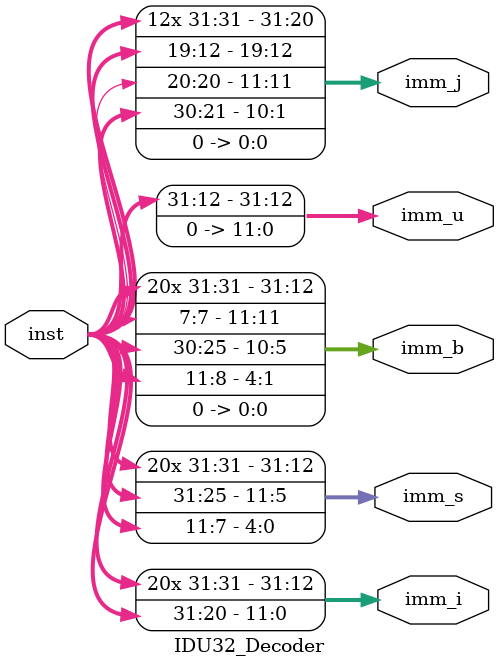
<source format=v>
`timescale 1ns / 1ps

module IDU32_Decoder (  //译码单元解码器
    input  [31:0] inst,
    output [31:0] imm_i,
    output [31:0] imm_s,
    output [31:0] imm_b,
    output [31:0] imm_u,
    output [31:0] imm_j
);
  assign imm_i = {{21{inst[31]}}, inst[30:25], inst[24:21], inst[20]};
  assign imm_s = {{21{inst[31]}}, inst[30:25], inst[11:8], inst[7]};
  assign imm_b = {{20{inst[31]}}, inst[7], inst[30:25], inst[11:8], 1'b0};
  assign imm_u = {inst[31], inst[30:20], inst[19:12], 12'b0};
  assign imm_j = {{12{inst[31]}}, inst[19:12], inst[20], inst[30:25], inst[24:21], 1'b0};
endmodule

</source>
